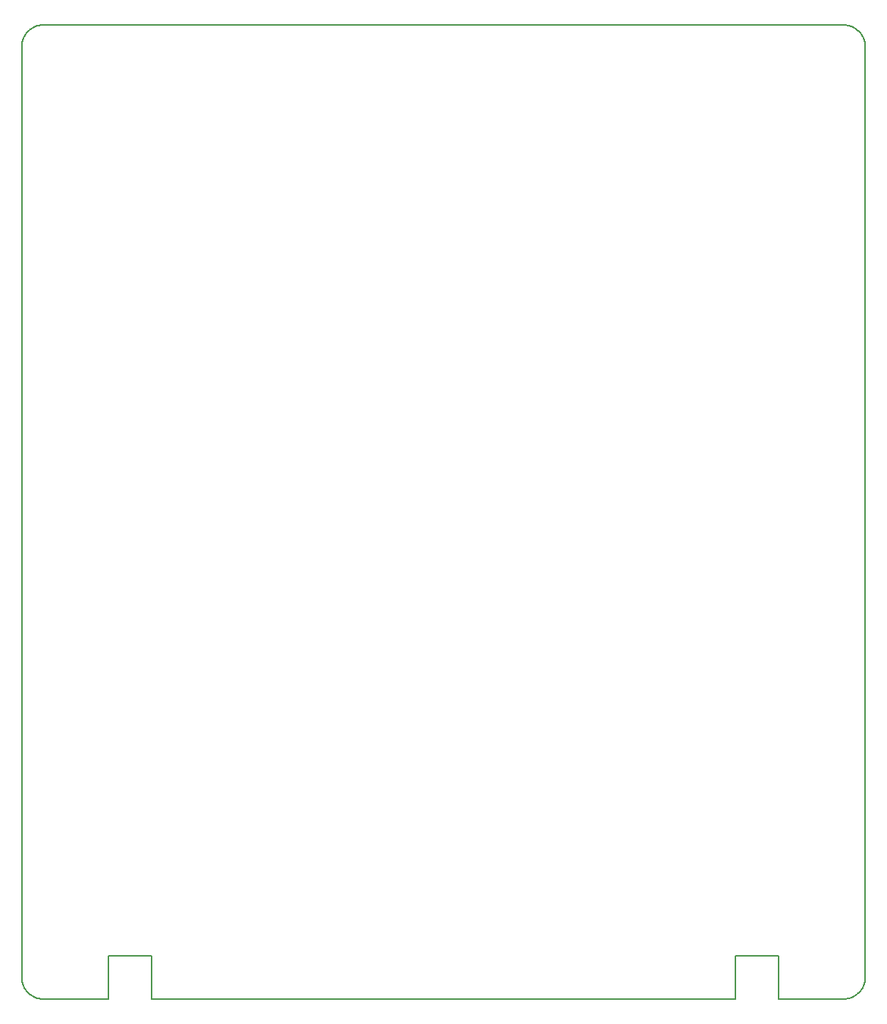
<source format=gbr>
G04 DipTrace 3.1.0.1*
G04 Panal-PCB-rev2-route-component2.BoardOutline.gbr*
%MOIN*%
G04 #@! TF.FileFunction,Profile*
G04 #@! TF.Part,Single*
%ADD11C,0.005512*%
%FSLAX26Y26*%
G04*
G70*
G90*
G75*
G01*
G04 BoardOutline*
%LPD*%
X3641969Y394016D2*
D11*
X984646D1*
Y590984D1*
X787598D1*
Y394016D1*
X590866D1*
X548163D1*
X541877D1*
X536063D1*
X514304D1*
X509042D1*
X504147D1*
X498898D1*
X492441D1*
X482795Y394488D1*
X473228Y395906D1*
X463858Y398268D1*
X455433Y401260D1*
X454764Y401496D1*
X446063Y405630D1*
X437756Y410591D1*
X430000Y416378D1*
X422835Y422835D1*
X416378Y430000D1*
X410591Y437756D1*
X406142Y445197D1*
X405630Y446063D1*
X401496Y454764D1*
X398268Y463858D1*
X395906Y473228D1*
X394488Y482795D1*
X394016Y492441D1*
Y525827D1*
Y590866D1*
Y4724724D1*
X394488Y4734370D1*
X395906Y4743937D1*
X398268Y4753307D1*
X401496Y4762402D1*
X405630Y4771102D1*
X410591Y4779409D1*
X416339Y4787165D1*
X422835Y4794331D1*
X430000Y4800827D1*
X437756Y4806575D1*
X446063Y4811535D1*
X454764Y4815669D1*
X455433Y4815906D1*
X463858Y4818898D1*
X473228Y4821260D1*
X482795Y4822677D1*
X492441Y4823150D1*
X536063D1*
X590866D1*
X4035748D1*
X4134173D1*
X4143819Y4822677D1*
X4153386Y4821260D1*
X4162756Y4818898D1*
X4164409Y4818320D1*
X4171850Y4815669D1*
X4180551Y4811535D1*
X4188858Y4806575D1*
X4196614Y4800787D1*
X4203780Y4794331D1*
X4210276Y4787165D1*
X4216024Y4779409D1*
X4220984Y4771102D1*
X4225118Y4762402D1*
X4228346Y4753307D1*
X4230709Y4743937D1*
X4232126Y4734370D1*
X4232598Y4724724D1*
Y4718583D1*
Y4626299D1*
Y590866D1*
Y561824D1*
Y554659D1*
Y548058D1*
Y541877D1*
Y535919D1*
Y530262D1*
Y525827D1*
Y509055D1*
Y504160D1*
Y498898D1*
Y492441D1*
X4232126Y482795D1*
X4230709Y473228D1*
X4228346Y463858D1*
X4225118Y454764D1*
X4220984Y446063D1*
X4220459Y445197D1*
X4216024Y437756D1*
X4210276Y430000D1*
X4203780Y422835D1*
X4196614Y416339D1*
X4188858Y410591D1*
X4180591Y405630D1*
X4171850Y401496D1*
X4164409Y398858D1*
X4162756Y398268D1*
X4153386Y395906D1*
X4143819Y394488D1*
X4134173Y394016D1*
X4035748D1*
X3838976D1*
Y590984D1*
X3641969D1*
Y394016D1*
M02*

</source>
